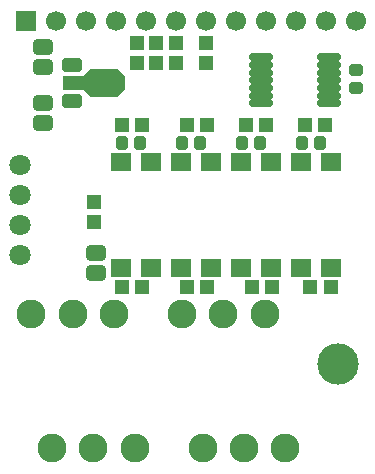
<source format=gbr>
G04 DipTrace 4.0.0.2*
G04 TopMask.gbr*
%MOIN*%
G04 #@! TF.FileFunction,Soldermask,Top*
G04 #@! TF.Part,Single*
%AMOUTLINE1*
4,1,28,
-0.032877,-0.012267,
-0.032877,0.012265,
-0.032441,0.015583,
-0.031061,0.018915,
-0.028865,0.021777,
-0.026004,0.023972,
-0.022671,0.025353,
-0.019354,0.02579,
0.019352,0.025791,
0.02267,0.025354,
0.026002,0.023974,
0.028864,0.021779,
0.031059,0.018917,
0.03244,0.015585,
0.032877,0.012267,
0.032877,-0.012265,
0.032441,-0.015583,
0.031061,-0.018915,
0.028865,-0.021777,
0.026004,-0.023972,
0.022671,-0.025353,
0.019354,-0.02579,
-0.019352,-0.025791,
-0.02267,-0.025354,
-0.026002,-0.023974,
-0.028864,-0.021779,
-0.031059,-0.018917,
-0.03244,-0.015585,
-0.032877,-0.012267,
0*%
%AMOUTLINE4*
4,1,28,
0.032877,0.012267,
0.032877,-0.012265,
0.032441,-0.015583,
0.031061,-0.018915,
0.028865,-0.021777,
0.026004,-0.023972,
0.022671,-0.025353,
0.019354,-0.02579,
-0.019352,-0.025791,
-0.02267,-0.025354,
-0.026002,-0.023974,
-0.028864,-0.021779,
-0.031059,-0.018917,
-0.03244,-0.015585,
-0.032877,-0.012267,
-0.032877,0.012265,
-0.032441,0.015583,
-0.031061,0.018915,
-0.028865,0.021777,
-0.026004,0.023972,
-0.022671,0.025353,
-0.019354,0.02579,
0.019352,0.025791,
0.02267,0.025354,
0.026002,0.023974,
0.028864,0.021779,
0.031059,0.018917,
0.03244,0.015585,
0.032877,0.012267,
0*%
%AMOUTLINE7*
4,1,28,
0.023034,0.008723,
0.023034,-0.008723,
0.022638,-0.011735,
0.021376,-0.014782,
0.019368,-0.017399,
0.016751,-0.019407,
0.013703,-0.020669,
0.010691,-0.021066,
-0.010691,-0.021066,
-0.013703,-0.020669,
-0.016751,-0.019407,
-0.019368,-0.017399,
-0.021376,-0.014782,
-0.022638,-0.011735,
-0.023034,-0.008723,
-0.023034,0.008723,
-0.022638,0.011735,
-0.021376,0.014782,
-0.019368,0.017399,
-0.016751,0.019407,
-0.013703,0.020669,
-0.010691,0.021066,
0.010691,0.021066,
0.013703,0.020669,
0.016751,0.019407,
0.019368,0.017399,
0.021376,0.014782,
0.022638,0.011735,
0.023034,0.008723,
0*%
%AMOUTLINE10*
4,1,28,
-0.023034,-0.008723,
-0.023034,0.008723,
-0.022638,0.011735,
-0.021376,0.014782,
-0.019368,0.017399,
-0.016751,0.019407,
-0.013703,0.020669,
-0.010691,0.021066,
0.010691,0.021066,
0.013703,0.020669,
0.016751,0.019407,
0.019368,0.017399,
0.021376,0.014782,
0.022638,0.011735,
0.023034,0.008723,
0.023034,-0.008723,
0.022638,-0.011735,
0.021376,-0.014782,
0.019368,-0.017399,
0.016751,-0.019407,
0.013703,-0.020669,
0.010691,-0.021066,
-0.010691,-0.021066,
-0.013703,-0.020669,
-0.016751,-0.019407,
-0.019368,-0.017399,
-0.021376,-0.014782,
-0.022638,-0.011735,
-0.023034,-0.008723,
0*%
%AMOUTLINE13*
4,1,28,
0.008723,-0.023034,
-0.008723,-0.023034,
-0.011735,-0.022638,
-0.014782,-0.021376,
-0.017399,-0.019368,
-0.019407,-0.016751,
-0.020669,-0.013703,
-0.021066,-0.010691,
-0.021066,0.010691,
-0.020669,0.013703,
-0.019407,0.016751,
-0.017399,0.019368,
-0.014782,0.021376,
-0.011735,0.022638,
-0.008723,0.023034,
0.008723,0.023034,
0.011735,0.022638,
0.014782,0.021376,
0.017399,0.019368,
0.019407,0.016751,
0.020669,0.013703,
0.021066,0.010691,
0.021066,-0.010691,
0.020669,-0.013703,
0.019407,-0.016751,
0.017399,-0.019368,
0.014782,-0.021376,
0.011735,-0.022638,
0.008723,-0.023034,
0*%
%AMOUTLINE16*
4,1,28,
-0.008723,0.023034,
0.008723,0.023034,
0.011735,0.022638,
0.014782,0.021376,
0.017399,0.019368,
0.019407,0.016751,
0.020669,0.013703,
0.021066,0.010691,
0.021066,-0.010691,
0.020669,-0.013703,
0.019407,-0.016751,
0.017399,-0.019368,
0.014782,-0.021376,
0.011735,-0.022638,
0.008723,-0.023034,
-0.008723,-0.023034,
-0.011735,-0.022638,
-0.014782,-0.021376,
-0.017399,-0.019368,
-0.019407,-0.016751,
-0.020669,-0.013703,
-0.021066,-0.010691,
-0.021066,0.010691,
-0.020669,0.013703,
-0.019407,0.016751,
-0.017399,0.019368,
-0.014782,0.021376,
-0.011735,0.022638,
-0.008723,0.023034,
0*%
%AMOUTLINE19*
4,1,28,
-0.019944,0.023624,
0.019943,0.023626,
0.02326,0.023189,
0.026593,0.021809,
0.029454,0.019613,
0.03165,0.016752,
0.03303,0.013419,
0.033467,0.010102,
0.033468,-0.0101,
0.033031,-0.013418,
0.031651,-0.01675,
0.029455,-0.019611,
0.026594,-0.021807,
0.023262,-0.023188,
0.019944,-0.023624,
-0.019943,-0.023626,
-0.02326,-0.023189,
-0.026593,-0.021809,
-0.029454,-0.019613,
-0.03165,-0.016752,
-0.03303,-0.013419,
-0.033467,-0.010102,
-0.033468,0.0101,
-0.033031,0.013418,
-0.031651,0.01675,
-0.029455,0.019611,
-0.026594,0.021807,
-0.023262,0.023188,
-0.019944,0.023624,
0*%
%AMOUTLINE22*
4,1,10,
-0.104333,-0.023628,
-0.035096,-0.023626,
-0.011473,-0.047247,
0.078405,-0.047245,
0.104334,-0.021314,
0.104333,0.02132,
0.078402,0.047249,
-0.011476,0.047247,
-0.035097,0.023624,
-0.104334,0.023622,
-0.104333,-0.023628,
0*%
%AMOUTLINE25*
4,1,28,
-0.039373,-0.004195,
-0.039373,0.004195,
-0.039138,0.005985,
-0.038347,0.007893,
-0.03709,0.009531,
-0.035452,0.010788,
-0.033544,0.011578,
-0.031754,0.011814,
0.031754,0.011814,
0.033544,0.011578,
0.035452,0.010788,
0.03709,0.009531,
0.038347,0.007893,
0.039138,0.005985,
0.039373,0.004195,
0.039373,-0.004195,
0.039138,-0.005985,
0.038347,-0.007893,
0.03709,-0.009531,
0.035452,-0.010788,
0.033544,-0.011578,
0.031754,-0.011814,
-0.031754,-0.011814,
-0.033544,-0.011578,
-0.035452,-0.010788,
-0.03709,-0.009531,
-0.038347,-0.007893,
-0.039138,-0.005985,
-0.039373,-0.004195,
0*%
%ADD30C,0.137795*%
%ADD37C,0.096463*%
%ADD39R,0.04725X0.051187*%
%ADD41R,0.051187X0.04725*%
%ADD43C,0.070872*%
%ADD45R,0.066935X0.059061*%
%ADD47C,0.066935*%
%ADD49R,0.066935X0.066935*%
%ADD55OUTLINE1*%
%ADD58OUTLINE4*%
%ADD61OUTLINE7*%
%ADD64OUTLINE10*%
%ADD67OUTLINE13*%
%ADD70OUTLINE16*%
%ADD73OUTLINE19*%
%ADD76OUTLINE22*%
%ADD79OUTLINE25*%
%FSLAX26Y26*%
G04*
G70*
G90*
G75*
G01*
G04 TopMask*
%LPD*%
D55*
X531501Y1816786D3*
D58*
X531499Y1883715D3*
Y1696214D3*
D55*
X531501Y1629285D3*
X708961Y1128252D3*
D58*
Y1195181D3*
D61*
X1575251Y1804777D3*
D64*
Y1745722D3*
D67*
X1054778Y1562751D3*
D70*
X995723D3*
D67*
X1254778D3*
D70*
X1195723D3*
D67*
X1454777D3*
D70*
X1395722D3*
D67*
X854777D3*
D70*
X795722D3*
D49*
X473916Y1968803D3*
D47*
X573916D3*
X673916D3*
X773916D3*
X873916D3*
X973916D3*
X1073916D3*
X1173916D3*
X1273907D3*
X1373907D3*
X1473907D3*
X1573907D3*
D30*
X1516047Y827071D3*
D45*
X1492031Y1144877D3*
Y1499207D3*
X1392031Y1144877D3*
Y1499207D3*
X1292031Y1144877D3*
Y1499207D3*
X1192031Y1144877D3*
Y1499207D3*
X1092031Y1144877D3*
Y1499207D3*
X992031Y1144877D3*
Y1499207D3*
X892031Y1144877D3*
Y1499207D3*
X792031Y1144877D3*
Y1499207D3*
D43*
X453055Y1488882D3*
Y1388882D3*
Y1288882D3*
Y1188882D3*
D73*
X629382Y1821802D3*
D76*
X700250Y1762749D3*
D73*
X629385Y1703692D3*
D41*
X794541Y1083833D3*
X861470D3*
X1010142Y1083832D3*
X1077071Y1083834D3*
X1226677Y1083245D3*
X1293606D3*
X1422592D3*
X1489521D3*
X860535Y1621420D3*
X793606D3*
X1077071D3*
X1010142D3*
X1273921D3*
X1206992D3*
X1470772D3*
X1403843D3*
D39*
X702711Y1298232D3*
Y1365161D3*
X844000Y1896215D3*
Y1829286D3*
X906500Y1896215D3*
Y1829286D3*
X975249Y1896215D3*
Y1829286D3*
X1075249Y1896215D3*
Y1829286D3*
D37*
X1269984Y994394D3*
X1132189D3*
X994394D3*
X1338882Y545575D3*
X1201087D3*
X1063291D3*
D79*
X1257533Y1848724D3*
Y1823134D3*
Y1797543D3*
Y1771953D3*
Y1746362D3*
Y1720772D3*
X1257541Y1695181D3*
X1485879D3*
Y1720772D3*
Y1746362D3*
Y1771953D3*
Y1797543D3*
Y1823134D3*
Y1848724D3*
D37*
X768016Y994394D3*
X630220D3*
X492425D3*
X836913Y545575D3*
X699118D3*
X561323D3*
M02*

</source>
